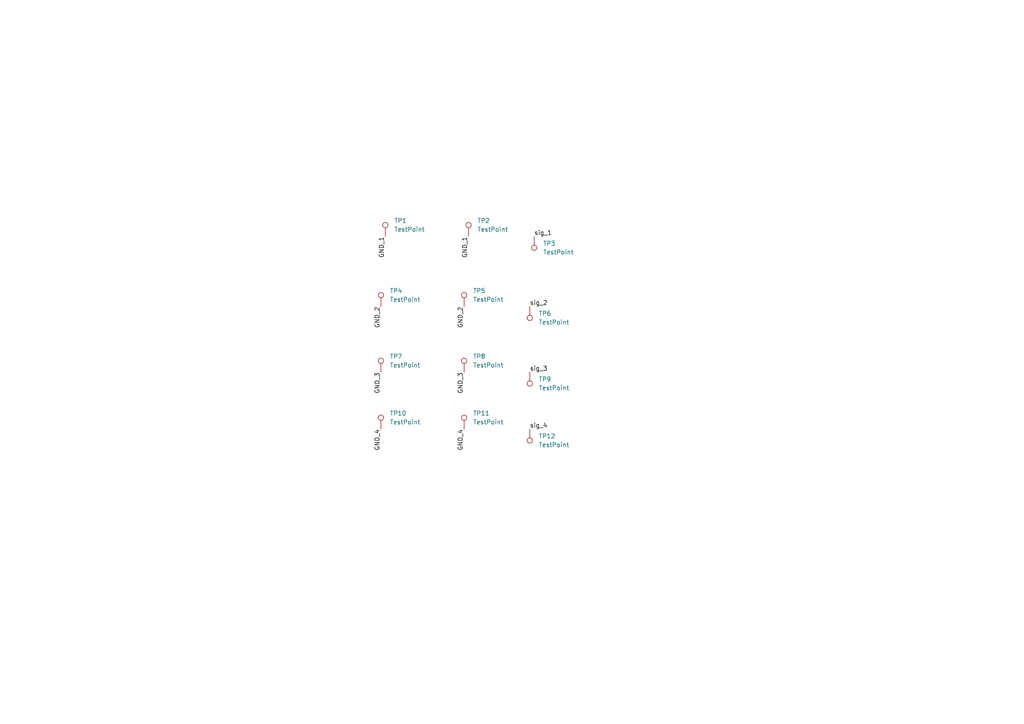
<source format=kicad_sch>
(kicad_sch (version 20231120) (generator "eeschema") (generator_version "8.0")
  (paper "A4")
  (lib_symbols
    (symbol "Connector:TestPoint" (pin_numbers hide) (pin_names (offset 0.762) hide)
      (property "Reference" "TP" (at 0 6.858 0))
      (property "Value" "TestPoint" (at 0 5.08 0))
      (symbol "TestPoint_0_1"
        (circle (center 0 3.302) (radius 0.762))
      )
      (symbol "TestPoint_1_1"
        (pin passive line (at 0 0 90) (length 2.54) (name "1") (number "1"))
      )
    )
  )
  (label "sig_1" (at 154.94 68.58 0))
  (label "GND_2" (at 110.49 88.9 270))
  (label "GND_1" (at 111.76 68.58 270))
  (label "GND_2" (at 134.62 88.9 270))
  (label "sig_2" (at 153.67 88.9 0))
  (label "sig_4" (at 153.67 124.46 0))
  (label "GND_3" (at 134.62 107.95 270))
  (label "GND_3" (at 110.49 107.95 270))
  (label "GND_4" (at 134.62 124.46 270))
  (label "GND_4" (at 110.49 124.46 270))
  (label "sig_3" (at 153.67 107.95 0))
  (label "GND_1" (at 135.89 68.58 270))
  (symbol (lib_id "Connector:TestPoint") (at 110.49 107.95 0) (unit 1)
    (property "Reference" "TP7" (at 113.03 103.3779 0) (effects (justify left)))
    (property "Value" "TestPoint" (at 113.03 105.9179 0) (effects (justify left)))
    (property "Footprint" "TestPoint:TestPoint_Pad_2.0x2.0mm" (effects (hide yes)))
    (property "Description" "test point" (effects (hide yes)))
  )
  (symbol (lib_id "Connector:TestPoint") (at 153.67 88.9 180) (unit 1)
    (property "Reference" "TP6" (at 156.21 90.9319 0) (effects (justify right)))
    (property "Value" "TestPoint" (at 156.21 93.4719 0) (effects (justify right)))
    (property "Footprint" "TestPoint:TestPoint_Pad_1.0x1.0mm" (effects (hide yes)))
    (property "Description" "test point" (effects (hide yes)))
  )
  (symbol (lib_id "Connector:TestPoint") (at 135.89 68.58 0) (unit 1)
    (property "Reference" "TP2" (at 138.43 64.0079 0) (effects (justify left)))
    (property "Value" "TestPoint" (at 138.43 66.5479 0) (effects (justify left)))
    (property "Footprint" "TestPoint:TestPoint_Pad_2.0x2.0mm" (effects (hide yes)))
    (property "Description" "test point" (effects (hide yes)))
  )
  (symbol (lib_id "Connector:TestPoint") (at 111.76 68.58 0) (unit 1)
    (property "Reference" "TP1" (at 114.3 64.0079 0) (effects (justify left)))
    (property "Value" "TestPoint" (at 114.3 66.5479 0) (effects (justify left)))
    (property "Footprint" "TestPoint:TestPoint_Pad_2.0x2.0mm" (effects (hide yes)))
    (property "Description" "test point" (effects (hide yes)))
  )
  (symbol (lib_id "Connector:TestPoint") (at 134.62 124.46 0) (unit 1)
    (property "Reference" "TP11" (at 137.16 119.8879 0) (effects (justify left)))
    (property "Value" "TestPoint" (at 137.16 122.4279 0) (effects (justify left)))
    (property "Footprint" "TestPoint:TestPoint_Pad_2.0x2.0mm" (effects (hide yes)))
    (property "Description" "test point" (effects (hide yes)))
  )
  (symbol (lib_id "Connector:TestPoint") (at 154.94 68.58 180) (unit 1)
    (property "Reference" "TP3" (at 157.48 70.6119 0) (effects (justify right)))
    (property "Value" "TestPoint" (at 157.48 73.1519 0) (effects (justify right)))
    (property "Footprint" "TestPoint:TestPoint_Pad_1.0x1.0mm" (effects (hide yes)))
    (property "Description" "test point" (effects (hide yes)))
  )
  (symbol (lib_id "Connector:TestPoint") (at 153.67 107.95 180) (unit 1)
    (property "Reference" "TP9" (at 156.21 109.9819 0) (effects (justify right)))
    (property "Value" "TestPoint" (at 156.21 112.5219 0) (effects (justify right)))
    (property "Footprint" "TestPoint:TestPoint_Pad_1.0x1.0mm" (effects (hide yes)))
    (property "Description" "test point" (effects (hide yes)))
  )
  (symbol (lib_id "Connector:TestPoint") (at 134.62 107.95 0) (unit 1)
    (property "Reference" "TP8" (at 137.16 103.3779 0) (effects (justify left)))
    (property "Value" "TestPoint" (at 137.16 105.9179 0) (effects (justify left)))
    (property "Footprint" "TestPoint:TestPoint_Pad_2.0x2.0mm" (effects (hide yes)))
    (property "Description" "test point" (effects (hide yes)))
  )
  (symbol (lib_id "Connector:TestPoint") (at 110.49 88.9 0) (unit 1)
    (property "Reference" "TP4" (at 113.03 84.3279 0) (effects (justify left)))
    (property "Value" "TestPoint" (at 113.03 86.8679 0) (effects (justify left)))
    (property "Footprint" "TestPoint:TestPoint_Pad_2.0x2.0mm" (effects (hide yes)))
    (property "Description" "test point" (effects (hide yes)))
  )
  (symbol (lib_id "Connector:TestPoint") (at 153.67 124.46 180) (unit 1)
    (property "Reference" "TP12" (at 156.21 126.4919 0) (effects (justify right)))
    (property "Value" "TestPoint" (at 156.21 129.0319 0) (effects (justify right)))
    (property "Footprint" "TestPoint:TestPoint_Pad_1.0x1.0mm" (effects (hide yes)))
    (property "Description" "test point" (effects (hide yes)))
  )
  (symbol (lib_id "Connector:TestPoint") (at 110.49 124.46 0) (unit 1)
    (property "Reference" "TP10" (at 113.03 119.8879 0) (effects (justify left)))
    (property "Value" "TestPoint" (at 113.03 122.4279 0) (effects (justify left)))
    (property "Footprint" "TestPoint:TestPoint_Pad_2.0x2.0mm" (effects (hide yes)))
    (property "Description" "test point" (effects (hide yes)))
  )
  (symbol (lib_id "Connector:TestPoint") (at 134.62 88.9 0) (unit 1)
    (property "Reference" "TP5" (at 137.16 84.3279 0) (effects (justify left)))
    (property "Value" "TestPoint" (at 137.16 86.8679 0) (effects (justify left)))
    (property "Footprint" "TestPoint:TestPoint_Pad_2.0x2.0mm" (effects (hide yes)))
    (property "Description" "test point" (effects (hide yes)))
  )
)
</source>
